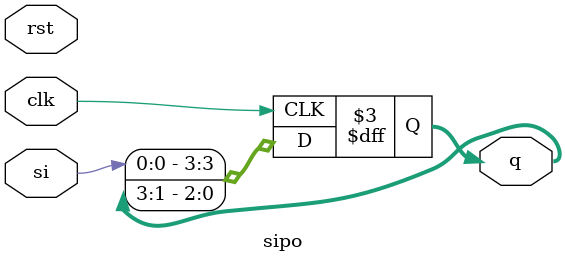
<source format=v>
module sipo (input si,clk,rst,output reg[3:0]q=0);
always@(posedge clk)
begin
    q[3]<=si;
    q[2]<=q[3];
    q[1]<=q[2];
    q[0]<=q[1];
end
endmodule

</source>
